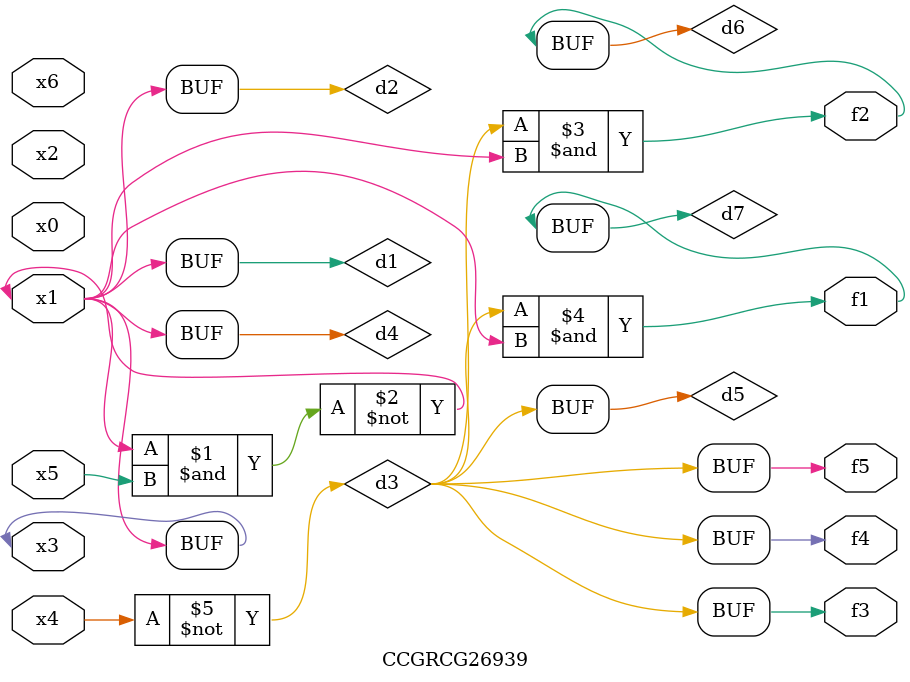
<source format=v>
module CCGRCG26939(
	input x0, x1, x2, x3, x4, x5, x6,
	output f1, f2, f3, f4, f5
);

	wire d1, d2, d3, d4, d5, d6, d7;

	buf (d1, x1, x3);
	nand (d2, x1, x5);
	not (d3, x4);
	buf (d4, d1, d2);
	buf (d5, d3);
	and (d6, d3, d4);
	and (d7, d3, d4);
	assign f1 = d7;
	assign f2 = d6;
	assign f3 = d5;
	assign f4 = d5;
	assign f5 = d5;
endmodule

</source>
